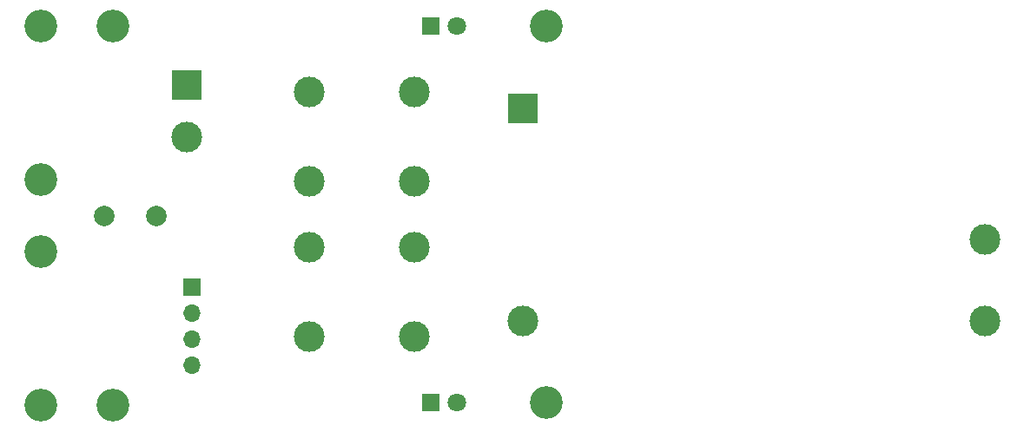
<source format=gbs>
G04 #@! TF.GenerationSoftware,KiCad,Pcbnew,(5.1.10)-1*
G04 #@! TF.CreationDate,2021-08-09T14:03:53+02:00*
G04 #@! TF.ProjectId,PSU,5053552e-6b69-4636-9164-5f7063625858,rev?*
G04 #@! TF.SameCoordinates,Original*
G04 #@! TF.FileFunction,Soldermask,Bot*
G04 #@! TF.FilePolarity,Negative*
%FSLAX46Y46*%
G04 Gerber Fmt 4.6, Leading zero omitted, Abs format (unit mm)*
G04 Created by KiCad (PCBNEW (5.1.10)-1) date 2021-08-09 14:03:53*
%MOMM*%
%LPD*%
G01*
G04 APERTURE LIST*
%ADD10C,3.200000*%
%ADD11C,1.800000*%
%ADD12R,1.800000X1.800000*%
%ADD13C,3.000000*%
%ADD14R,3.000000X3.000000*%
%ADD15O,1.700000X1.700000*%
%ADD16R,1.700000X1.700000*%
%ADD17C,2.000000*%
G04 APERTURE END LIST*
D10*
X142500000Y-114000000D03*
X142500000Y-99000000D03*
X142500000Y-92000000D03*
X142500000Y-77000000D03*
D11*
X183040000Y-77000000D03*
D12*
X180500000Y-77000000D03*
D11*
X183040000Y-113750000D03*
D12*
X180500000Y-113750000D03*
D13*
X178900000Y-107250000D03*
X168700000Y-107250000D03*
X178900000Y-98550000D03*
X168700000Y-98550000D03*
D10*
X191750000Y-113750000D03*
X191750000Y-77000000D03*
X149500000Y-114000000D03*
X149500000Y-77000000D03*
D13*
X168700000Y-83450000D03*
X178900000Y-83450000D03*
X168700000Y-92150000D03*
X178900000Y-92150000D03*
D14*
X189500000Y-85000000D03*
D13*
X234500000Y-97800000D03*
X189500000Y-105800000D03*
X234500000Y-105800000D03*
D15*
X157250000Y-110120000D03*
X157250000Y-107580000D03*
X157250000Y-105040000D03*
D16*
X157250000Y-102500000D03*
D13*
X156750000Y-87830000D03*
D14*
X156750000Y-82750000D03*
D17*
X148670000Y-95500000D03*
X153750000Y-95500000D03*
M02*

</source>
